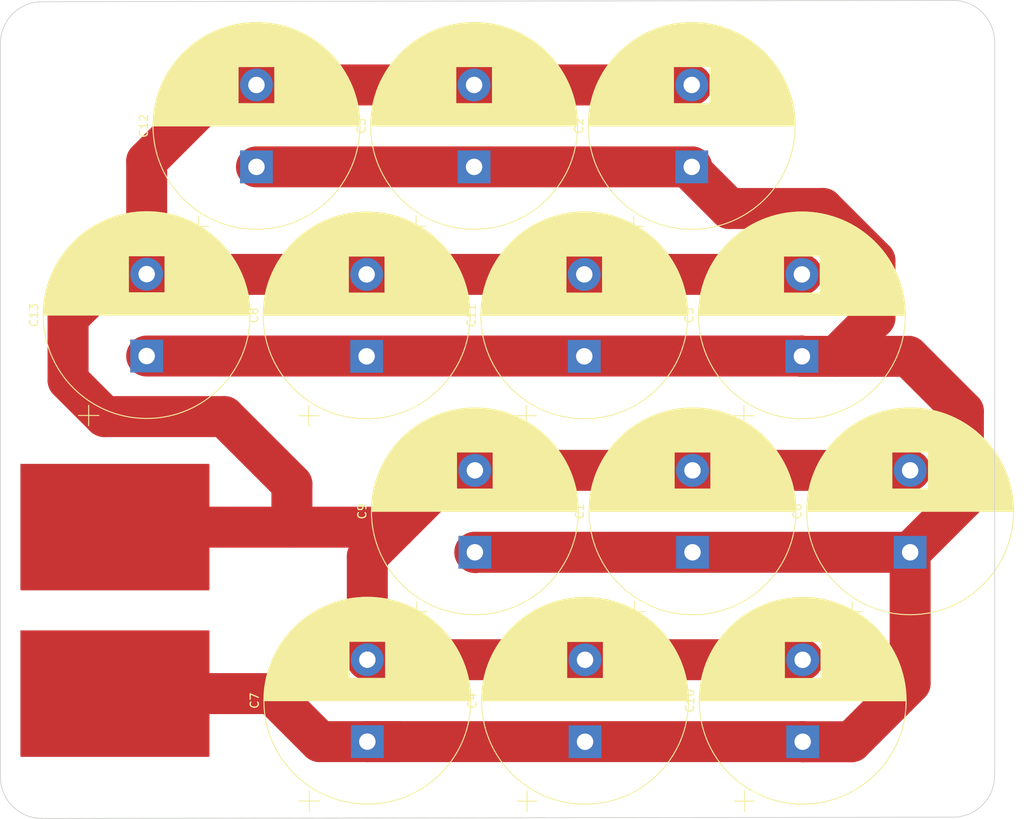
<source format=kicad_pcb>
(kicad_pcb (version 20240108) (generator "pcbnew") (generator_version "8.0")
  (layers (0 "F.Cu" signal) (31 "B.Cu" signal) (34 "B.Paste" user) (35 "F.Paste" user) (36 "B.SilkS" user "B.Silkscreen") (37 "F.SilkS" user "F.Silkscreen") (38 "B.Mask" user) (39 "F.Mask" user) (44 "Edge.Cuts" user))
  (net 0 "")
  (net 1 "Net-(C1-Pad1)")
  (net 2 "Net-(C1-Pad2)")
  (footprint "Capacitor_THT:CP_Radial_D25.0mm_P10.00mm_SnapIn" (layer "F.Cu") (at 156.195 81.545371 90)
    (property "Reference" "C5" (at 5 -13.75 90) (layer "F.SilkS"))
    (property "Value" "C_Polarized")
    (pad "1" thru_hole rect (at 0 0 90) (size 4 4) (drill 2) (layers "*.Cu" "*.Mask") (net 1 "Net-(C1-Pad1)"))
    (pad "2" thru_hole circle (at 10 0 90) (size 4 4) (drill 2) (layers "*.Cu" "*.Mask") (net 2 "Net-(C1-Pad2)"))
  )
  (footprint "Capacitor_THT:CP_Radial_D25.0mm_P10.00mm_SnapIn" (layer "F.Cu") (at 129.738 128.590371 90)
    (property "Reference" "C4" (at 5 -13.75 90) (layer "F.SilkS"))
    (property "Value" "C_Polarized")
    (pad "1" thru_hole rect (at 0 0 90) (size 4 4) (drill 2) (layers "*.Cu" "*.Mask") (net 1 "Net-(C1-Pad1)"))
    (pad "2" thru_hole circle (at 10 0 90) (size 4 4) (drill 2) (layers "*.Cu" "*.Mask") (net 2 "Net-(C1-Pad2)"))
  )
  (footprint "Capacitor_THT:CP_Radial_D25.0mm_P10.00mm_SnapIn" (layer "F.Cu") (at 129.645 81.545371 90)
    (property "Reference" "C11" (at 5 -13.75 90) (layer "F.SilkS"))
    (property "Value" "C_Polarized")
    (pad "1" thru_hole rect (at 0 0 90) (size 4 4) (drill 2) (layers "*.Cu" "*.Mask") (net 1 "Net-(C1-Pad1)"))
    (pad "2" thru_hole circle (at 10 0 90) (size 4 4) (drill 2) (layers "*.Cu" "*.Mask") (net 2 "Net-(C1-Pad2)"))
  )
  (footprint "Capacitor_THT:CP_Radial_D25.0mm_P10.00mm_SnapIn" (layer "F.Cu") (at 142.848 105.465 90)
    (property "Reference" "C1" (at 5 -13.75 90) (layer "F.SilkS"))
    (property "Value" "C_Polarized")
    (pad "1" thru_hole rect (at 0 0 90) (size 4 4) (drill 2) (layers "*.Cu" "*.Mask") (net 1 "Net-(C1-Pad1)"))
    (pad "2" thru_hole circle (at 10 0 90) (size 4 4) (drill 2) (layers "*.Cu" "*.Mask") (net 2 "Net-(C1-Pad2)"))
  )
  (footprint "Capacitor_THT:CP_Radial_D25.0mm_P10.00mm_SnapIn" (layer "F.Cu") (at 103.18 128.576742 90)
    (property "Reference" "C7" (at 5 -13.75 90) (layer "F.SilkS"))
    (property "Value" "C_Polarized")
    (pad "1" thru_hole rect (at 0 0 90) (size 4 4) (drill 2) (layers "*.Cu" "*.Mask") (net 1 "Net-(C1-Pad1)"))
    (pad "2" thru_hole circle (at 10 0 90) (size 4 4) (drill 2) (layers "*.Cu" "*.Mask") (net 2 "Net-(C1-Pad2)"))
  )
  (footprint "Capacitor_THT:CP_Radial_D25.0mm_P10.00mm_SnapIn" (layer "F.Cu") (at 156.288 128.590371 90)
    (property "Reference" "C10" (at 5 -13.75 90) (layer "F.SilkS"))
    (property "Value" "C_Polarized")
    (pad "1" thru_hole rect (at 0 0 90) (size 4 4) (drill 2) (layers "*.Cu" "*.Mask") (net 1 "Net-(C1-Pad1)"))
    (pad "2" thru_hole circle (at 10 0 90) (size 4 4) (drill 2) (layers "*.Cu" "*.Mask") (net 2 "Net-(C1-Pad2)"))
  )
  (footprint "Capacitor_THT:CP_Radial_D25.0mm_P10.00mm_SnapIn" (layer "F.Cu") (at 89.655 58.42 90)
    (property "Reference" "C12" (at 5 -13.75 90) (layer "F.SilkS"))
    (property "Value" "C_Polarized")
    (pad "1" thru_hole rect (at 0 0 90) (size 4 4) (drill 2) (layers "*.Cu" "*.Mask") (net 1 "Net-(C1-Pad1)"))
    (pad "2" thru_hole circle (at 10 0 90) (size 4 4) (drill 2) (layers "*.Cu" "*.Mask") (net 2 "Net-(C1-Pad2)"))
  )
  (footprint "Capacitor_THT:CP_Radial_D25.0mm_P10.00mm_SnapIn" (layer "F.Cu") (at 103.095 81.545371 90)
    (property "Reference" "C8" (at 5 -13.75 90) (layer "F.SilkS"))
    (property "Value" "C_Polarized")
    (pad "1" thru_hole rect (at 0 0 90) (size 4 4) (drill 2) (layers "*.Cu" "*.Mask") (net 1 "Net-(C1-Pad1)"))
    (pad "2" thru_hole circle (at 10 0 90) (size 4 4) (drill 2) (layers "*.Cu" "*.Mask") (net 2 "Net-(C1-Pad2)"))
  )
  (footprint "Capacitor_THT:CP_Radial_D25.0mm_P10.00mm_SnapIn" (layer "F.Cu") (at 142.755 58.42 90)
    (property "Reference" "C2" (at 5 -13.75 90) (layer "F.SilkS"))
    (property "Value" "C_Polarized")
    (pad "1" thru_hole rect (at 0 0 90) (size 4 4) (drill 2) (layers "*.Cu" "*.Mask") (net 1 "Net-(C1-Pad1)"))
    (pad "2" thru_hole circle (at 10 0 90) (size 4 4) (drill 2) (layers "*.Cu" "*.Mask") (net 2 "Net-(C1-Pad2)"))
  )
  (footprint "Capacitor_THT:CP_Radial_D25.0mm_P10.00mm_SnapIn" (layer "F.Cu") (at 116.298 105.465 90)
    (property "Reference" "C9" (at 5 -13.75 90) (layer "F.SilkS"))
    (property "Value" "C_Polarized")
    (pad "1" thru_hole rect (at 0 0 90) (size 4 4) (drill 2) (layers "*.Cu" "*.Mask") (net 1 "Net-(C1-Pad1)"))
    (pad "2" thru_hole circle (at 10 0 90) (size 4 4) (drill 2) (layers "*.Cu" "*.Mask") (net 2 "Net-(C1-Pad2)"))
  )
  (footprint "Capacitor_THT:CP_Radial_D25.0mm_P10.00mm_SnapIn" (layer "F.Cu") (at 169.398 105.465 90)
    (property "Reference" "C6" (at 5 -13.75 90) (layer "F.SilkS"))
    (property "Value" "C_Polarized")
    (pad "1" thru_hole rect (at 0 0 90) (size 4 4) (drill 2) (layers "*.Cu" "*.Mask") (net 1 "Net-(C1-Pad1)"))
    (pad "2" thru_hole circle (at 10 0 90) (size 4 4) (drill 2) (layers "*.Cu" "*.Mask") (net 2 "Net-(C1-Pad2)"))
  )
  (footprint "Capacitor_THT:CP_Radial_D25.0mm_P10.00mm_SnapIn" (layer "F.Cu") (at 76.263 81.509 90)
    (property "Reference" "C13" (at 5 -13.75 90) (layer "F.SilkS"))
    (property "Value" "C_Polarized")
    (pad "1" thru_hole rect (at 0 0 90) (size 4 4) (drill 2) (layers "*.Cu" "*.Mask") (net 1 "Net-(C1-Pad1)"))
    (pad "2" thru_hole circle (at 10 0 90) (size 4 4) (drill 2) (layers "*.Cu" "*.Mask") (net 2 "Net-(C1-Pad2)"))
  )
  (footprint "Capacitor_THT:CP_Radial_D25.0mm_P10.00mm_SnapIn" (layer "F.Cu") (at 116.205 58.42 90)
    (property "Reference" "C3" (at 5 -13.75 90) (layer "F.SilkS"))
    (property "Value" "C_Polarized")
    (pad "1" thru_hole rect (at 0 0 90) (size 4 4) (drill 2) (layers "*.Cu" "*.Mask") (net 1 "Net-(C1-Pad1)"))
    (pad "2" thru_hole circle (at 10 0 90) (size 4 4) (drill 2) (layers "*.Cu" "*.Mask") (net 2 "Net-(C1-Pad2)"))
  )
  (gr_rect (start 60.96 115.095) (end 83.82 130.335) (stroke (width 0.2)) (fill solid) (layer "F.Cu") (net 1))
  (gr_rect (start 60.96 94.775) (end 83.82 110.015) (stroke (width 0.2)) (fill solid) (layer "F.Cu") (net 2))
  (gr_line (start 174.625 137.795) (end 63.5 137.955) (stroke (width 0.1)) (layer "Edge.Cuts"))
  (gr_line (start 63.5 38.26) (end 174.625 38.1) (stroke (width 0.1)) (layer "Edge.Cuts"))
  (gr_arc (start 179.705 132.715) (mid 178.217102 136.307102) (end 174.625 137.795) (stroke (width 0.1)) (layer "Edge.Cuts"))
  (gr_arc (start 174.625 38.1) (mid 178.217102 39.587898) (end 179.705 43.18) (stroke (width 0.1)) (layer "Edge.Cuts"))
  (gr_arc (start 58.42 43.34) (mid 59.907898 39.747898) (end 63.5 38.26) (stroke (width 0.1)) (layer "Edge.Cuts"))
  (gr_line (start 179.705 43.18) (end 179.705 132.715) (stroke (width 0.1)) (layer "Edge.Cuts"))
  (gr_arc (start 63.5 137.955) (mid 59.907898 136.467102) (end 58.42 132.875) (stroke (width 0.1)) (layer "Edge.Cuts"))
  (gr_line (start 58.42 132.875) (end 58.42 43.34) (stroke (width 0.1)) (layer "Edge.Cuts"))
  (segment (start 175.895 88.265) (end 175.895 98.968) (width 5) (layer "F.Cu") (net 1))
  (segment (start 169.398 121.432) (end 169.398 105.465) (width 5) (layer "F.Cu") (net 1))
  (segment (start 156.158629 81.509) (end 156.195 81.545371) (width 5) (layer "F.Cu") (net 1))
  (segment (start 97.379742 128.576742) (end 91.518 122.715) (width 5) (layer "F.Cu") (net 1))
  (segment (start 116.334371 105.501371) (end 116.298 105.465) (width 5) (layer "F.Cu") (net 1))
  (segment (start 116.298 105.465) (end 169.398 105.465) (width 5) (layer "F.Cu") (net 1))
  (segment (start 165.1 76.835) (end 165.1 69.85) (width 5) (layer "F.Cu") (net 1))
  (segment (start 147.32 63.5) (end 142.755 58.935) (width 5) (layer "F.Cu") (net 1))
  (segment (start 156.195 81.545371) (end 160.389629 81.545371) (width 5) (layer "F.Cu") (net 1))
  (segment (start 169.175371 81.545371) (end 175.895 88.265) (width 5) (layer "F.Cu") (net 1))
  (segment (start 76.263 81.509) (end 156.158629 81.509) (width 5) (layer "F.Cu") (net 1))
  (segment (start 91.518 122.715) (end 83.82 122.715) (width 5) (layer "F.Cu") (net 1))
  (segment (start 162.239629 128.590371) (end 169.398 121.432) (width 5) (layer "F.Cu") (net 1))
  (segment (start 103.18 128.576742) (end 97.379742 128.576742) (width 5) (layer "F.Cu") (net 1))
  (segment (start 103.18 128.576742) (end 107.008258 128.576742) (width 5) (layer "F.Cu") (net 1))
  (segment (start 156.274371 128.576742) (end 156.288 128.590371) (width 5) (layer "F.Cu") (net 1))
  (segment (start 158.75 63.5) (end 147.32 63.5) (width 5) (layer "F.Cu") (net 1))
  (segment (start 160.389629 81.545371) (end 169.175371 81.545371) (width 5) (layer "F.Cu") (net 1))
  (segment (start 160.389629 81.545371) (end 165.1 76.835) (width 5) (layer "F.Cu") (net 1))
  (segment (start 175.895 98.968) (end 169.398 105.465) (width 5) (layer "F.Cu") (net 1))
  (segment (start 156.288 128.590371) (end 162.239629 128.590371) (width 5) (layer "F.Cu") (net 1))
  (segment (start 103.18 128.576742) (end 156.274371 128.576742) (width 5) (layer "F.Cu") (net 1))
  (segment (start 89.655 58.42) (end 142.755 58.42) (width 5) (layer "F.Cu") (net 1))
  (segment (start 142.755 58.935) (end 142.755 58.42) (width 5) (layer "F.Cu") (net 1))
  (segment (start 165.1 69.85) (end 158.75 63.5) (width 5) (layer "F.Cu") (net 1))
  (segment (start 103.18 105.973) (end 106.758 102.395) (width 5) (layer "F.Cu") (net 2))
  (segment (start 93.98 102.395) (end 93.98 97.155) (width 5) (layer "F.Cu") (net 2))
  (segment (start 71.12 88.9) (end 66.675 84.455) (width 5) (layer "F.Cu") (net 2))
  (segment (start 116.298 95.465) (end 169.398 95.465) (width 5) (layer "F.Cu") (net 2))
  (segment (start 93.98 102.395) (end 83.82 102.395) (width 5) (layer "F.Cu") (net 2))
  (segment (start 89.655 48.42) (end 142.755 48.42) (width 5) (layer "F.Cu") (net 2))
  (segment (start 85.725 88.9) (end 71.12 88.9) (width 5) (layer "F.Cu") (net 2))
  (segment (start 109.259 99.894) (end 109.22 99.855) (width 5) (layer "F.Cu") (net 2))
  (segment (start 156.195 71.545371) (end 76.299371 71.545371) (width 5) (layer "F.Cu") (net 2))
  (segment (start 76.263 71.509) (end 76.263 57.722) (width 5) (layer "F.Cu") (net 2))
  (segment (start 103.18 118.576742) (end 156.274371 118.576742) (width 5) (layer "F.Cu") (net 2))
  (segment (start 85.565 48.42) (end 89.655 48.42) (width 5) (layer "F.Cu") (net 2))
  (segment (start 76.299371 71.545371) (end 76.263 71.509) (width 5) (layer "F.Cu") (net 2))
  (segment (start 66.675 84.455) (end 66.675 76.835) (width 5) (layer "F.Cu") (net 2))
  (segment (start 106.758 102.395) (end 107.989 101.164) (width 5) (layer "F.Cu") (net 2))
  (segment (start 113.688 95.465) (end 116.298 95.465) (width 5) (layer "F.Cu") (net 2))
  (segment (start 103.18 118.576742) (end 103.18 105.973) (width 5) (layer "F.Cu") (net 2))
  (segment (start 107.989 101.164) (end 109.259 99.894) (width 5) (layer "F.Cu") (net 2))
  (segment (start 76.263 57.722) (end 85.565 48.42) (width 5) (layer "F.Cu") (net 2))
  (segment (start 72.001 71.509) (end 76.263 71.509) (width 5) (layer "F.Cu") (net 2))
  (segment (start 93.98 97.155) (end 85.725 88.9) (width 5) (layer "F.Cu") (net 2))
  (segment (start 109.259 99.894) (end 113.688 95.465) (width 5) (layer "F.Cu") (net 2))
  (segment (start 156.274371 118.576742) (end 156.288 118.590371) (width 5) (layer "F.Cu") (net 2))
  (segment (start 106.758 102.395) (end 93.98 102.395) (width 5) (layer "F.Cu") (net 2))
  (segment (start 66.675 76.835) (end 72.001 71.509) (width 5) (layer "F.Cu") (net 2))
)
</source>
